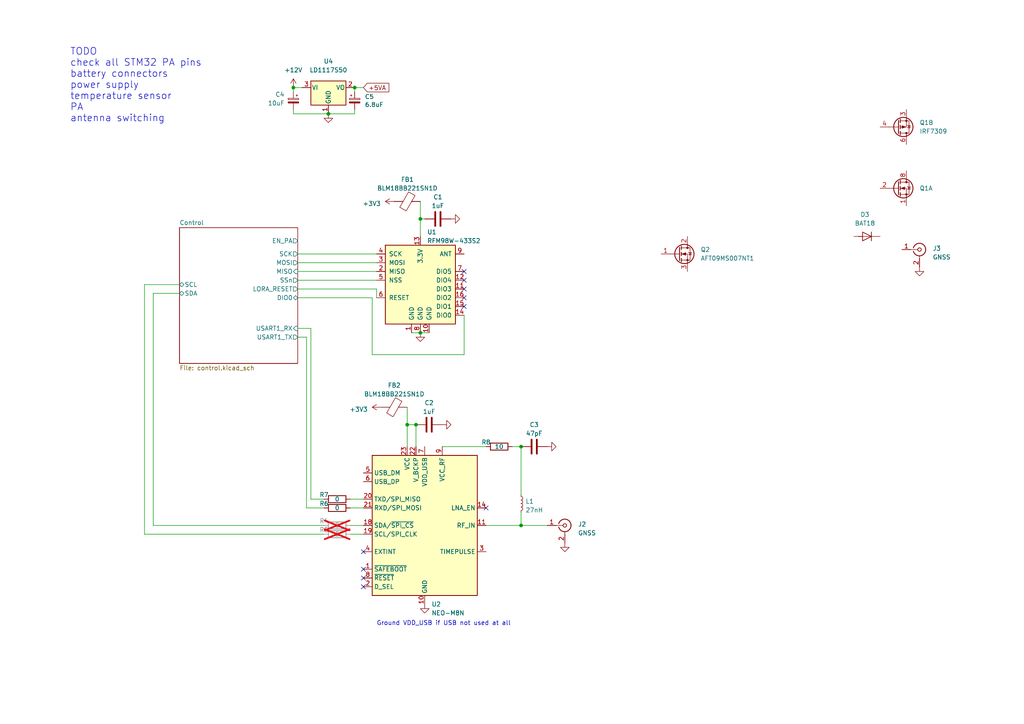
<source format=kicad_sch>
(kicad_sch (version 20230121) (generator eeschema)
  (paper "A4")
  (lib_symbols
    (symbol "BAT18_3" (pin_numbers hide) (pin_names (offset 0) hide)
      (property "Reference" "D" (at 0 2.54 0))
      (property "Value" "BAT18_3" (at 0 -2.54 0))
      (symbol "BAT18_3_0_1"
        (polyline (pts (xy -1.27 0) (xy 2.54 0)))
        (polyline (pts (xy -1.27 1.27) (xy -1.27 -1.27)) (stroke (width 0.2032)))
        (polyline (pts (xy 1.27 1.27) (xy 1.27 -1.27) (xy -1.27 0) (xy 1.27 1.27)) (stroke (width 0.2032)))
      )
      (symbol "BAT18_3_1_1"
        (pin passive line (at 3.81 0 180) (length 2.54) (name "A") (number "1"))
        (pin no_connect line (at -3.81 1.27 0) (length 2.54) hide (name "NC") (number "2"))
        (pin passive line (at -3.81 0 0) (length 2.54) (name "K") (number "3"))
      )
    )
    (symbol "Connector:Conn_Coaxial" (pin_names (offset 1.016) hide)
      (property "Reference" "J" (at 0.254 3.048 0))
      (property "Value" "Conn_Coaxial" (at 2.921 0 90))
      (symbol "Conn_Coaxial_0_1"
        (arc (start -1.778 -0.508) (mid 0.2311 -1.8066) (end 1.778 0) (stroke (width 0.254)))
        (polyline (pts (xy -2.54 0) (xy -0.508 0)))
        (polyline (pts (xy 0 -2.54) (xy 0 -1.778)))
        (circle (center 0 0) (radius 0.508) (stroke (width 0.2032)))
        (arc (start 1.778 0) (mid 0.2099 1.8101) (end -1.778 0.508) (stroke (width 0.254)))
      )
      (symbol "Conn_Coaxial_1_1"
        (pin passive line (at -5.08 0 0) (length 2.54) (name "In") (number "1"))
        (pin passive line (at 0 -5.08 90) (length 2.54) (name "Ext") (number "2"))
      )
    )
    (symbol "Device:C" (pin_numbers hide) (pin_names (offset 0.254))
      (property "Reference" "C" (at 0.635 2.54 0))
      (property "Value" "C" (at 0.635 -2.54 0))
      (symbol "C_0_1"
        (polyline (pts (xy -2.032 -0.762) (xy 2.032 -0.762)) (stroke (width 0.508)))
        (polyline (pts (xy -2.032 0.762) (xy 2.032 0.762)) (stroke (width 0.508)))
      )
      (symbol "C_1_1"
        (pin passive line (at 0 3.81 270) (length 2.794) (name "~") (number "1"))
        (pin passive line (at 0 -3.81 90) (length 2.794) (name "~") (number "2"))
      )
    )
    (symbol "Device:C_Polarized_Small" (pin_numbers hide) (pin_names (offset 0.254) hide)
      (property "Reference" "C" (at 0.254 1.778 0))
      (property "Value" "C_Polarized_Small" (at 0.254 -2.032 0))
      (symbol "C_Polarized_Small_0_1"
        (rectangle (start -1.524 -0.3048) (end 1.524 -0.6858) (fill (type outline)))
        (rectangle (start -1.524 0.6858) (end 1.524 0.3048))
        (polyline (pts (xy -1.27 1.524) (xy -0.762 1.524)))
        (polyline (pts (xy -1.016 1.27) (xy -1.016 1.778)))
      )
      (symbol "C_Polarized_Small_1_1"
        (pin passive line (at 0 2.54 270) (length 1.8542) (name "~") (number "1"))
        (pin passive line (at 0 -2.54 90) (length 1.8542) (name "~") (number "2"))
      )
    )
    (symbol "Device:FerriteBead" (pin_numbers hide) (pin_names (offset 0))
      (property "Reference" "FB" (at -3.81 0.635 90))
      (property "Value" "FerriteBead" (at 3.81 0 90))
      (symbol "FerriteBead_0_1"
        (polyline (pts (xy 0 -1.27) (xy 0 -1.2192)))
        (polyline (pts (xy 0 1.27) (xy 0 1.2954)))
        (polyline (pts (xy -2.7686 0.4064) (xy -1.7018 2.2606) (xy 2.7686 -0.3048) (xy 1.6764 -2.159) (xy -2.7686 0.4064)))
      )
      (symbol "FerriteBead_1_1"
        (pin passive line (at 0 3.81 270) (length 2.54) (name "~") (number "1"))
        (pin passive line (at 0 -3.81 90) (length 2.54) (name "~") (number "2"))
      )
    )
    (symbol "Device:L_Small" (pin_numbers hide) (pin_names (offset 0.254) hide)
      (property "Reference" "L" (at 0.762 1.016 0))
      (property "Value" "L_Small" (at 0.762 -1.016 0))
      (symbol "L_Small_0_1"
        (arc (start 0 -2.032) (mid 0.5058 -1.524) (end 0 -1.016))
        (arc (start 0 -1.016) (mid 0.5058 -0.508) (end 0 0))
        (arc (start 0 0) (mid 0.5058 0.508) (end 0 1.016))
        (arc (start 0 1.016) (mid 0.5058 1.524) (end 0 2.032))
      )
      (symbol "L_Small_1_1"
        (pin passive line (at 0 2.54 270) (length 0.508) (name "~") (number "1"))
        (pin passive line (at 0 -2.54 90) (length 0.508) (name "~") (number "2"))
      )
    )
    (symbol "Device:Q_NMOS_GDS" (pin_names (offset 0) hide)
      (property "Reference" "Q" (at 5.08 1.27 0))
      (property "Value" "Q_NMOS_GDS" (at 5.08 -1.27 0))
      (symbol "Q_NMOS_GDS_0_1"
        (polyline (pts (xy 0.254 0) (xy -2.54 0)))
        (polyline (pts (xy 0.254 1.905) (xy 0.254 -1.905)) (stroke (width 0.254)))
        (polyline (pts (xy 0.762 -1.27) (xy 0.762 -2.286)) (stroke (width 0.254)))
        (polyline (pts (xy 0.762 0.508) (xy 0.762 -0.508)) (stroke (width 0.254)))
        (polyline (pts (xy 0.762 2.286) (xy 0.762 1.27)) (stroke (width 0.254)))
        (polyline (pts (xy 2.54 2.54) (xy 2.54 1.778)))
        (polyline (pts (xy 2.54 -2.54) (xy 2.54 0) (xy 0.762 0)))
        (polyline (pts (xy 0.762 -1.778) (xy 3.302 -1.778) (xy 3.302 1.778) (xy 0.762 1.778)))
        (polyline (pts (xy 1.016 0) (xy 2.032 0.381) (xy 2.032 -0.381) (xy 1.016 0)) (fill (type outline)))
        (polyline (pts (xy 2.794 0.508) (xy 2.921 0.381) (xy 3.683 0.381) (xy 3.81 0.254)))
        (polyline (pts (xy 3.302 0.381) (xy 2.921 -0.254) (xy 3.683 -0.254) (xy 3.302 0.381)))
        (circle (center 1.651 0) (radius 2.794) (stroke (width 0.254)))
        (circle (center 2.54 -1.778) (radius 0.254) (fill (type outline)))
        (circle (center 2.54 1.778) (radius 0.254) (fill (type outline)))
      )
      (symbol "Q_NMOS_GDS_1_1"
        (pin input line (at -5.08 0 0) (length 2.54) (name "G") (number "1"))
        (pin passive line (at 2.54 5.08 270) (length 2.54) (name "D") (number "2"))
        (pin passive line (at 2.54 -5.08 90) (length 2.54) (name "S") (number "3"))
      )
    )
    (symbol "Device:R" (pin_numbers hide) (pin_names (offset 0))
      (property "Reference" "R" (at 2.032 0 90))
      (property "Value" "R" (at 0 0 90))
      (symbol "R_0_1"
        (rectangle (start -1.016 -2.54) (end 1.016 2.54) (stroke (width 0.254)))
      )
      (symbol "R_1_1"
        (pin passive line (at 0 3.81 270) (length 1.27) (name "~") (number "1"))
        (pin passive line (at 0 -3.81 90) (length 1.27) (name "~") (number "2"))
      )
    )
    (symbol "RF_GPS:NEO-M8N"
      (property "Reference" "U" (at -13.97 21.59 0))
      (property "Value" "NEO-M8N" (at 11.43 21.59 0))
      (symbol "NEO-M8N_0_1"
        (rectangle (start -15.24 20.32) (end 15.24 -20.32) (stroke (width 0.254)) (fill (type background)))
      )
      (symbol "NEO-M8N_1_1"
        (pin input line (at -17.78 -12.7 0) (length 2.54) (name "~{SAFEBOOT}") (number "1"))
        (pin power_in line (at 0 -22.86 90) (length 2.54) (name "GND") (number "10"))
        (pin input line (at 17.78 0 180) (length 2.54) (name "RF_IN") (number "11"))
        (pin passive line (at 0 -22.86 90) (length 2.54) hide (name "GND") (number "12"))
        (pin passive line (at 0 -22.86 90) (length 2.54) hide (name "GND") (number "13"))
        (pin output line (at 17.78 5.08 180) (length 2.54) (name "LNA_EN") (number "14"))
        (pin no_connect line (at 15.24 -10.16 180) (length 2.54) hide (name "RESERVED") (number "15"))
        (pin no_connect line (at 15.24 -12.7 180) (length 2.54) hide (name "RESERVED") (number "16"))
        (pin no_connect line (at 15.24 -15.24 180) (length 2.54) hide (name "RESERVED") (number "17"))
        (pin bidirectional line (at -17.78 0 0) (length 2.54) (name "SDA/~{SPI_CS}") (number "18"))
        (pin input line (at -17.78 -2.54 0) (length 2.54) (name "SCL/SPI_CLK") (number "19"))
        (pin input line (at -17.78 -17.78 0) (length 2.54) (name "D_SEL") (number "2"))
        (pin output line (at -17.78 7.62 0) (length 2.54) (name "TXD/SPI_MISO") (number "20"))
        (pin input line (at -17.78 5.08 0) (length 2.54) (name "RXD/SPI_MOSI") (number "21"))
        (pin power_in line (at -2.54 22.86 270) (length 2.54) (name "V_BCKP") (number "22"))
        (pin power_in line (at -5.08 22.86 270) (length 2.54) (name "VCC") (number "23"))
        (pin passive line (at 0 -22.86 90) (length 2.54) hide (name "GND") (number "24"))
        (pin output line (at 17.78 -7.62 180) (length 2.54) (name "TIMEPULSE") (number "3"))
        (pin input line (at -17.78 -7.62 0) (length 2.54) (name "EXTINT") (number "4"))
        (pin bidirectional line (at -17.78 15.24 0) (length 2.54) (name "USB_DM") (number "5"))
        (pin bidirectional line (at -17.78 12.7 0) (length 2.54) (name "USB_DP") (number "6"))
        (pin power_in line (at 0 22.86 270) (length 2.54) (name "VDD_USB") (number "7"))
        (pin input line (at -17.78 -15.24 0) (length 2.54) (name "~{RESET}") (number "8"))
        (pin power_out line (at 5.08 22.86 270) (length 2.54) (name "VCC_RF") (number "9"))
      )
    )
    (symbol "RF_Module:RFM98W-433S2" (pin_names (offset 1.016))
      (property "Reference" "U" (at -10.414 11.684 0))
      (property "Value" "RFM98W-433S2" (at 1.524 11.43 0))
      (symbol "RFM98W-433S2_0_1"
        (rectangle (start -10.16 10.16) (end 10.16 -12.7) (stroke (width 0.254)) (fill (type background)))
      )
      (symbol "RFM98W-433S2_1_1"
        (pin power_in line (at -2.54 -15.24 90) (length 2.54) (name "GND") (number "1"))
        (pin power_in line (at 2.54 -15.24 90) (length 2.54) (name "GND") (number "10"))
        (pin bidirectional line (at 12.7 -2.54 180) (length 2.54) (name "DIO3") (number "11"))
        (pin bidirectional line (at 12.7 0 180) (length 2.54) (name "DIO4") (number "12"))
        (pin power_in line (at 0 12.7 270) (length 2.54) (name "3.3V") (number "13"))
        (pin bidirectional line (at 12.7 -10.16 180) (length 2.54) (name "DIO0") (number "14"))
        (pin bidirectional line (at 12.7 -7.62 180) (length 2.54) (name "DIO1") (number "15"))
        (pin bidirectional line (at 12.7 -5.08 180) (length 2.54) (name "DIO2") (number "16"))
        (pin output line (at -12.7 2.54 0) (length 2.54) (name "MISO") (number "2"))
        (pin input line (at -12.7 5.08 0) (length 2.54) (name "MOSI") (number "3"))
        (pin input line (at -12.7 7.62 0) (length 2.54) (name "SCK") (number "4"))
        (pin input line (at -12.7 0 0) (length 2.54) (name "NSS") (number "5"))
        (pin bidirectional line (at -12.7 -5.08 0) (length 2.54) (name "RESET") (number "6"))
        (pin bidirectional line (at 12.7 2.54 180) (length 2.54) (name "DIO5") (number "7"))
        (pin power_in line (at 0 -15.24 90) (length 2.54) (name "GND") (number "8"))
        (pin bidirectional line (at 12.7 7.62 180) (length 2.54) (name "ANT") (number "9"))
      )
    )
    (symbol "Regulator_Linear:LD1117S50TR_SOT223" (pin_names (offset 0.254))
      (property "Reference" "U" (at -3.81 3.175 0))
      (property "Value" "LD1117S50TR_SOT223" (at 0 3.175 0))
      (symbol "LD1117S50TR_SOT223_0_1"
        (rectangle (start -5.08 -5.08) (end 5.08 1.905) (stroke (width 0.254)) (fill (type background)))
      )
      (symbol "LD1117S50TR_SOT223_1_1"
        (pin power_in line (at 0 -7.62 90) (length 2.54) (name "GND") (number "1"))
        (pin power_out line (at 7.62 0 180) (length 2.54) (name "VO") (number "2"))
        (pin power_in line (at -7.62 0 0) (length 2.54) (name "VI") (number "3"))
      )
    )
    (symbol "Transistor_FET:IRF7309IPBF" (pin_names hide)
      (property "Reference" "Q" (at 5.08 1.905 0))
      (property "Value" "IRF7309IPBF" (at 5.08 0 0))
      (symbol "IRF7309IPBF_0_1"
        (polyline (pts (xy 0.254 0) (xy -2.54 0)))
        (polyline (pts (xy 0.254 1.905) (xy 0.254 -1.905)) (stroke (width 0.254)))
        (polyline (pts (xy 0.762 -1.27) (xy 0.762 -2.286)) (stroke (width 0.254)))
        (polyline (pts (xy 0.762 0.508) (xy 0.762 -0.508)) (stroke (width 0.254)))
        (polyline (pts (xy 0.762 2.286) (xy 0.762 1.27)) (stroke (width 0.254)))
        (polyline (pts (xy 2.54 2.54) (xy 2.54 1.778)))
        (polyline (pts (xy 2.54 -2.54) (xy 2.54 0) (xy 0.762 0)))
        (polyline (pts (xy 0.762 -1.778) (xy 3.302 -1.778) (xy 3.302 1.778) (xy 0.762 1.778)))
        (circle (center 1.651 0) (radius 2.794) (stroke (width 0.254)))
        (circle (center 2.54 -1.778) (radius 0.254) (fill (type outline)))
        (circle (center 2.54 1.778) (radius 0.254) (fill (type outline)))
      )
      (symbol "IRF7309IPBF_1_1"
        (polyline (pts (xy 1.016 0) (xy 2.032 0.381) (xy 2.032 -0.381) (xy 1.016 0)) (fill (type outline)))
        (polyline (pts (xy 2.794 0.508) (xy 2.921 0.381) (xy 3.683 0.381) (xy 3.81 0.254)))
        (polyline (pts (xy 3.302 0.381) (xy 2.921 -0.254) (xy 3.683 -0.254) (xy 3.302 0.381)))
        (pin passive line (at 2.54 -5.08 90) (length 2.54) (name "S") (number "1"))
        (pin input line (at -5.08 0 0) (length 2.54) (name "G") (number "2"))
        (pin passive line (at 2.54 5.08 270) (length 2.54) hide (name "D") (number "7"))
        (pin passive line (at 2.54 5.08 270) (length 2.54) (name "D") (number "8"))
      )
      (symbol "IRF7309IPBF_2_1"
        (polyline (pts (xy 2.286 0) (xy 1.27 0.381) (xy 1.27 -0.381) (xy 2.286 0)) (fill (type outline)))
        (polyline (pts (xy 2.794 -0.508) (xy 2.921 -0.381) (xy 3.683 -0.381) (xy 3.81 -0.254)))
        (polyline (pts (xy 3.302 -0.381) (xy 2.921 0.254) (xy 3.683 0.254) (xy 3.302 -0.381)))
        (pin passive line (at 2.54 -5.08 90) (length 2.54) (name "1") (number "3"))
        (pin input line (at -5.08 0 0) (length 2.54) (name "G") (number "4"))
        (pin passive line (at 2.54 5.08 270) (length 2.54) hide (name "D") (number "5"))
        (pin passive line (at 2.54 5.08 270) (length 2.54) (name "D") (number "6"))
      )
    )
    (symbol "power:+12V" (power) (pin_names (offset 0))
      (property "Value" "+12V" (at 0 3.556 0))
      (symbol "+12V_0_1"
        (polyline (pts (xy -0.762 1.27) (xy 0 2.54)))
        (polyline (pts (xy 0 0) (xy 0 2.54)))
        (polyline (pts (xy 0 2.54) (xy 0.762 1.27)))
      )
      (symbol "+12V_1_1"
        (pin power_in line (at 0 0 90) (length 0) hide (name "+12V") (number "1"))
      )
    )
    (symbol "power:+3V3" (power) (pin_names (offset 0))
      (property "Value" "+3V3" (at 0 3.556 0))
      (symbol "+3V3_0_1"
        (polyline (pts (xy -0.762 1.27) (xy 0 2.54)))
        (polyline (pts (xy 0 0) (xy 0 2.54)))
        (polyline (pts (xy 0 2.54) (xy 0.762 1.27)))
      )
      (symbol "+3V3_1_1"
        (pin power_in line (at 0 0 90) (length 0) hide (name "+3V3") (number "1"))
      )
    )
    (symbol "power:GND" (power) (pin_names (offset 0))
      (property "Value" "GND" (at 0 -3.81 0))
      (symbol "GND_0_1"
        (polyline (pts (xy 0 0) (xy 0 -1.27) (xy 1.27 -1.27) (xy 0 -2.54) (xy -1.27 -1.27) (xy 0 -1.27)))
      )
      (symbol "GND_1_1"
        (pin power_in line (at 0 0 270) (length 0) hide (name "GND") (number "1"))
      )
    )
  )
  (junction (at 121.92 63.5))
  (junction (at 121.92 96.52))
  (junction (at 151.13 152.4))
  (junction (at 151.13 129.54))
  (junction (at 85.09 25.4))
  (junction (at 102.87 25.4))
  (junction (at 118.11 123.19))
  (junction (at 120.65 123.19))
  (junction (at 95.25 33.02))
  (no_connect (at 105.41 167.64))
  (no_connect (at 134.62 86.36))
  (no_connect (at 134.62 83.82))
  (no_connect (at 105.41 165.1))
  (no_connect (at 105.41 160.02))
  (no_connect (at 134.62 88.9))
  (no_connect (at 134.62 78.74))
  (no_connect (at 134.62 81.28))
  (no_connect (at 105.41 170.18))
  (no_connect (at 140.97 147.32))
  (wire (pts (xy 44.45 152.4) (xy 44.45 85.09)))
  (wire (pts (xy 107.95 86.36) (xy 107.95 102.87)))
  (wire (pts (xy 120.65 123.19) (xy 120.65 129.54)))
  (wire (pts (xy 101.6 144.78) (xy 105.41 144.78)))
  (wire (pts (xy 128.27 129.54) (xy 140.97 129.54)))
  (wire (pts (xy 134.62 102.87) (xy 134.62 91.44)))
  (wire (pts (xy 101.6 152.4) (xy 105.41 152.4)))
  (wire (pts (xy 101.6 154.94) (xy 105.41 154.94)))
  (wire (pts (xy 93.98 154.94) (xy 41.91 154.94)))
  (wire (pts (xy 86.36 78.74) (xy 109.22 78.74)))
  (wire (pts (xy 86.36 86.36) (xy 107.95 86.36)))
  (wire (pts (xy 90.17 144.78) (xy 90.17 95.25)))
  (wire (pts (xy 85.09 25.4) (xy 87.63 25.4)))
  (wire (pts (xy 118.11 123.19) (xy 118.11 129.54)))
  (wire (pts (xy 86.36 76.2) (xy 109.22 76.2)))
  (wire (pts (xy 118.11 118.11) (xy 118.11 123.19)))
  (wire (pts (xy 102.87 31.75) (xy 102.87 33.02)))
  (wire (pts (xy 88.9 97.79) (xy 88.9 147.32)))
  (wire (pts (xy 109.22 83.82) (xy 109.22 86.36)))
  (wire (pts (xy 121.92 63.5) (xy 121.92 58.42)))
  (wire (pts (xy 102.87 25.4) (xy 105.41 25.4)))
  (wire (pts (xy 101.6 147.32) (xy 105.41 147.32)))
  (wire (pts (xy 86.36 97.79) (xy 88.9 97.79)))
  (wire (pts (xy 119.38 96.52) (xy 121.92 96.52)))
  (wire (pts (xy 151.13 129.54) (xy 151.13 143.51)))
  (wire (pts (xy 151.13 152.4) (xy 158.75 152.4)))
  (wire (pts (xy 118.11 123.19) (xy 120.65 123.19)))
  (wire (pts (xy 41.91 154.94) (xy 41.91 82.55)))
  (wire (pts (xy 140.97 152.4) (xy 151.13 152.4)))
  (wire (pts (xy 86.36 81.28) (xy 109.22 81.28)))
  (wire (pts (xy 85.09 25.4) (xy 85.09 26.67)))
  (wire (pts (xy 107.95 102.87) (xy 134.62 102.87)))
  (wire (pts (xy 41.91 82.55) (xy 52.07 82.55)))
  (wire (pts (xy 121.92 63.5) (xy 123.19 63.5)))
  (wire (pts (xy 44.45 85.09) (xy 52.07 85.09)))
  (wire (pts (xy 121.92 96.52) (xy 124.46 96.52)))
  (wire (pts (xy 151.13 152.4) (xy 151.13 148.59)))
  (wire (pts (xy 85.09 33.02) (xy 95.25 33.02)))
  (wire (pts (xy 93.98 152.4) (xy 44.45 152.4)))
  (wire (pts (xy 148.59 129.54) (xy 151.13 129.54)))
  (wire (pts (xy 86.36 73.66) (xy 109.22 73.66)))
  (wire (pts (xy 88.9 147.32) (xy 93.98 147.32)))
  (wire (pts (xy 102.87 25.4) (xy 102.87 26.67)))
  (wire (pts (xy 85.09 31.75) (xy 85.09 33.02)))
  (wire (pts (xy 121.92 63.5) (xy 121.92 68.58)))
  (wire (pts (xy 102.87 33.02) (xy 95.25 33.02)))
  (wire (pts (xy 90.17 95.25) (xy 86.36 95.25)))
  (wire (pts (xy 93.98 144.78) (xy 90.17 144.78)))
  (wire (pts (xy 86.36 83.82) (xy 109.22 83.82)))
  (text "Ground VDD_USB if USB not used at all" (at 109.22 181.61 0) (effects (font (size 1.27 1.27)) (justify left bottom)))
  (text "TODO\ncheck all STM32 PA pins\nbattery connectors\npower supply\ntemperature sensor\nPA\nantenna switching" (at 20.32 35.56 0) (effects (font (size 2 2)) (justify left bottom)))
  (global_label "+5VA" (shape input) (at 105.41 25.4 0) (property "Intersheetrefs" "${INTERSHEET_REFS}" (effects hide)))
  (symbol (lib_id "Device:FerriteBead") (at 118.11 58.42 270) (unit 1)
    (property "Reference" "FB1" (at 118.1608 52.07 90))
    (property "Value" "BLM18BB221SN1D" (at 118.1608 54.61 90))
    (property "Footprint" "Inductor_SMD:L_0603_1608Metric_Pad1.05x0.95mm_HandSolder" (effects hide))
    (property "MPN" "BLM18BB221SN1D" (effects hide))
    (property "Need_order" "0" (effects hide))
  )
  (symbol (lib_id "Device:R") (at 97.79 147.32 270) (unit 1)
    (property "Reference" "R6" (at 93.98 146.05 90))
    (property "Value" "0" (at 97.79 147.32 90))
    (property "Footprint" "Resistor_SMD:R_0603_1608Metric_Pad0.98x0.95mm_HandSolder" (effects hide))
    (property "Need_order" "0" (effects hide))
  )
  (symbol (lib_id "Device:L_Small") (at 151.13 146.05 0) (unit 1)
    (property "Reference" "L1" (at 152.4 145.415 0) (effects (justify left)))
    (property "Value" "27nH" (at 152.4 147.955 0) (effects (justify left)))
    (property "Footprint" "Inductor_SMD:L_0805_2012Metric_Pad1.05x1.20mm_HandSolder" (effects hide))
    (property "MPN" "LQW2BAS27NG00L" (effects hide))
  )
  (symbol (lib_id "power:GND") (at 123.19 175.26 0) (unit 1)
    (property "Reference" "#PWR08" (effects hide))
    (property "Value" "GND" (effects hide))
  )
  (symbol (lib_id "Connector:Conn_Coaxial") (at 266.7 72.39 0) (unit 1)
    (property "Reference" "J3" (at 270.51 72.0482 0) (effects (justify left)))
    (property "Value" "GNSS" (at 270.51 74.5882 0) (effects (justify left)))
    (property "Datasheet" " ~" (effects hide))
  )
  (symbol (lib_id "Device:C") (at 154.94 129.54 270) (unit 1)
    (property "Reference" "C3" (at 154.94 123.19 90))
    (property "Value" "47pF" (at 154.94 125.73 90))
    (property "Footprint" "Capacitor_SMD:C_0805_2012Metric_Pad1.18x1.45mm_HandSolder" (effects hide))
    (property "Need_order" "0" (effects hide))
  )
  (symbol (lib_id "Transistor_FET:IRF7309IPBF") (at 260.35 54.61 0) (unit 1)
    (property "Reference" "Q1" (at 266.7 54.6099 0) (effects (justify left)))
    (property "Value" "IRF7309" (effects hide))
    (property "Footprint" "Package_SO:SOIC-8_3.9x4.9mm_P1.27mm" (effects hide))
    (property "Datasheet" "/home/bram/Sync/Doc/Datasheet/IRF7309.pdf" (effects hide))
    (property "MPN" "IRF7309TRPBF" (effects hide))
    (property "Need_order" "0" (effects hide))
  )
  (symbol (lib_id "power:GND") (at 163.83 157.48 0) (unit 1)
    (property "Reference" "#PWR012" (effects hide))
    (property "Value" "GND" (effects hide))
  )
  (symbol (lib_id "power:GND") (at 121.92 96.52 0) (unit 1)
    (property "Reference" "#PWR05" (effects hide))
    (property "Value" "GND" (effects hide))
  )
  (symbol (lib_id "power:GND") (at 128.27 123.19 90) (unit 1)
    (property "Reference" "#PWR010" (effects hide))
    (property "Value" "GND" (effects hide))
  )
  (symbol (lib_id "Device:R") (at 97.79 144.78 270) (unit 1)
    (property "Reference" "R7" (at 93.98 143.51 90))
    (property "Value" "0" (at 97.79 144.78 90))
    (property "Footprint" "Resistor_SMD:R_0603_1608Metric_Pad0.98x0.95mm_HandSolder" (effects hide))
    (property "Need_order" "0" (effects hide))
  )
  (symbol (lib_id "Transistor_FET:IRF7309IPBF") (at 260.35 36.83 0) (mirror x) (unit 2)
    (property "Reference" "Q1" (at 266.7 35.5599 0) (effects (justify left)))
    (property "Value" "IRF7309" (at 266.7 38.0999 0) (effects (justify left)))
    (property "Footprint" "Package_SO:SOIC-8_3.9x4.9mm_P1.27mm" (effects hide))
    (property "Datasheet" "/home/bram/Sync/Doc/Datasheet/IRF7309.pdf" (effects hide))
    (property "MPN" "IRF7309TRPBF" (effects hide))
    (property "Need_order" "0" (effects hide))
  )
  (symbol (lib_id "Device:Q_NMOS_GDS") (at 196.85 73.66 0) (unit 1)
    (property "Reference" "Q2" (at 203.2 72.3899 0) (effects (justify left)))
    (property "Value" "AFT09MS007NT1" (at 203.2 74.9299 0) (effects (justify left)))
    (property "Footprint" "mpb:PLD-1.5W" (effects hide))
    (property "Datasheet" "/home/bram/Sync/Doc/Datasheet/AFT09MS007N.pdf" (effects hide))
    (property "Need_order" "0" (effects hide))
  )
  (symbol (lib_id "Device:FerriteBead") (at 114.3 118.11 270) (unit 1)
    (property "Reference" "FB2" (at 114.3508 111.76 90))
    (property "Value" "BLM18BB221SN1D" (at 114.3508 114.3 90))
    (property "Footprint" "Inductor_SMD:L_0603_1608Metric_Pad1.05x0.95mm_HandSolder" (effects hide))
    (property "MPN" "BLM18BB221SN1D" (effects hide))
    (property "Need_order" "0" (effects hide))
  )
  (symbol (lib_id "Device:R") (at 144.78 129.54 270) (unit 1)
    (property "Reference" "R8" (at 140.97 128.27 90))
    (property "Value" "10" (at 144.78 129.54 90))
    (property "Footprint" "Resistor_SMD:R_0603_1608Metric_Pad0.98x0.95mm_HandSolder" (effects hide))
    (property "Need_order" "0" (effects hide))
  )
  (symbol (lib_name "BAT18_3") (lib_id "mpb:BAT18") (at 251.46 68.58 180) (unit 1)
    (property "Reference" "D3" (at 250.8758 62.23 0))
    (property "Value" "BAT18" (at 250.8758 64.77 0))
    (property "Footprint" "Package_TO_SOT_SMD:SOT-23_Handsoldering" (effects hide))
    (property "Datasheet" "/home/bram/Sync/Doc/Datasheet/BAT18-1125947.pdf" (effects hide))
    (property "Need_order" "0" (effects hide))
    (property "MPN" "BAT18" (effects hide))
  )
  (symbol (lib_id "power:+3V3") (at 114.3 58.42 90) (unit 1)
    (property "Reference" "#PWR06" (effects hide))
    (property "Value" "+3V3" (at 110.49 59.055 90) (effects (justify left)))
  )
  (symbol (lib_id "Device:R") (at 97.79 154.94 270) (unit 1) (dnp yes)
    (property "Reference" "R5" (at 93.98 153.67 90))
    (property "Value" "0" (at 97.79 154.94 90))
    (property "Footprint" "Resistor_SMD:R_0603_1608Metric_Pad0.98x0.95mm_HandSolder" (effects hide))
    (property "Need_order" "0" (effects hide))
  )
  (symbol (lib_id "RF_GPS:NEO-M8N") (at 123.19 152.4 0) (unit 1)
    (property "Reference" "U2" (at 125.1459 175.26 0) (effects (justify left)))
    (property "Value" "NEO-M8N" (at 125.1459 177.8 0) (effects (justify left)))
    (property "Footprint" "RF_GPS:ublox_NEO" (effects hide))
    (property "Datasheet" "https://content.u-blox.com/sites/default/files/NEO-M8-FW3_DataSheet_UBX-15031086.pdf" (effects hide))
  )
  (symbol (lib_id "power:GND") (at 95.25 33.02 0) (unit 1)
    (property "Reference" "#PWR018" (effects hide))
    (property "Value" "GND" (effects hide))
  )
  (symbol (lib_id "power:GND") (at 266.7 77.47 0) (unit 1)
    (property "Reference" "#PWR013" (effects hide))
    (property "Value" "GND" (effects hide))
  )
  (symbol (lib_id "Device:R") (at 97.79 152.4 270) (unit 1) (dnp yes)
    (property "Reference" "R4" (at 93.98 151.13 90))
    (property "Value" "0" (at 97.79 152.4 90))
    (property "Footprint" "Resistor_SMD:R_0603_1608Metric_Pad0.98x0.95mm_HandSolder" (effects hide))
    (property "Need_order" "0" (effects hide))
  )
  (symbol (lib_id "RF_Module:RFM98W-433S2") (at 121.92 81.28 0) (unit 1)
    (property "Reference" "U1" (at 123.8759 67.31 0) (effects (justify left)))
    (property "Value" "RFM98W-433S2" (at 123.8759 69.85 0) (effects (justify left)))
    (property "Datasheet" "https://www.hoperf.com/data/upload/portal/20181127/5bfcdb5e17543.pdf" (effects hide))
  )
  (symbol (lib_id "power:+3V3") (at 110.49 118.11 90) (unit 1)
    (property "Reference" "#PWR09" (effects hide))
    (property "Value" "+3V3" (at 106.68 118.745 90) (effects (justify left)))
  )
  (symbol (lib_id "Device:C") (at 127 63.5 270) (unit 1)
    (property "Reference" "C1" (at 127 57.15 90))
    (property "Value" "1uF" (at 127 59.69 90))
    (property "Footprint" "Capacitor_SMD:C_0805_2012Metric_Pad1.18x1.45mm_HandSolder" (effects hide))
    (property "MPN" "08055C105JAT2A" (effects hide))
    (property "Need_order" "0" (effects hide))
  )
  (symbol (lib_id "power:GND") (at 130.81 63.5 90) (unit 1)
    (property "Reference" "#PWR07" (effects hide))
    (property "Value" "GND" (effects hide))
  )
  (symbol (lib_id "Device:C") (at 124.46 123.19 270) (unit 1)
    (property "Reference" "C2" (at 124.46 116.84 90))
    (property "Value" "1uF" (at 124.46 119.38 90))
    (property "Footprint" "Capacitor_SMD:C_0805_2012Metric_Pad1.18x1.45mm_HandSolder" (effects hide))
    (property "MPN" "08055C105JAT2A" (effects hide))
    (property "Need_order" "0" (effects hide))
  )
  (symbol (lib_id "Regulator_Linear:LD1117S50TR_SOT223") (at 95.25 25.4 0) (unit 1)
    (property "Reference" "U4" (at 95.25 17.78 0))
    (property "Value" "LD1117S50" (at 95.25 20.32 0))
    (property "Footprint" "Package_TO_SOT_SMD:SOT-223-3_TabPin2" (effects hide))
    (property "Datasheet" "/home/bram/Sync/Doc/Datasheet/ld1117.pdf" (effects hide))
    (property "MPN" "LD1117S50CTR" (effects hide))
    (property "Need_order" "0" (effects hide))
  )
  (symbol (lib_id "power:+12V") (at 85.09 25.4 0) (unit 1)
    (property "Reference" "#PWR017" (effects hide))
    (property "Value" "+12V" (at 85.09 20.32 0))
  )
  (symbol (lib_id "Device:C_Polarized_Small") (at 102.87 29.21 0) (unit 1)
    (property "Reference" "C5" (at 105.791 28.0416 0) (effects (justify left)))
    (property "Value" "6.8uF" (at 105.791 30.353 0) (effects (justify left)))
    (property "Footprint" "Capacitor_SMD:C_1210_3225Metric_Pad1.33x2.70mm_HandSolder" (effects hide))
    (property "MPN" "stash tantalum" (effects hide))
    (property "Need_order" "0" (effects hide))
  )
  (symbol (lib_id "Connector:Conn_Coaxial") (at 163.83 152.4 0) (unit 1)
    (property "Reference" "J2" (at 167.64 152.0582 0) (effects (justify left)))
    (property "Value" "GNSS" (at 167.64 154.5982 0) (effects (justify left)))
    (property "Datasheet" " ~" (effects hide))
  )
  (symbol (lib_id "power:GND") (at 158.75 129.54 90) (unit 1)
    (property "Reference" "#PWR011" (effects hide))
    (property "Value" "GND" (effects hide))
  )
  (symbol (lib_id "Device:C_Polarized_Small") (at 85.09 29.21 0) (mirror y) (unit 1)
    (property "Reference" "C4" (at 82.55 27.3938 0) (effects (justify left)))
    (property "Value" "10uF" (at 82.55 29.9338 0) (effects (justify left)))
    (property "Footprint" "Capacitor_SMD:C_1210_3225Metric_Pad1.33x2.70mm_HandSolder" (effects hide))
    (property "MPN" "TAJA106K016RNJ" (effects hide))
    (property "Need_order" "0" (effects hide))
  )
  (sheet (at 52.07 66.04) (size 34.29 39.37) (stroke (width 0.1524))
    (property "Sheetname" "Control" (at 52.07 65.3284 0) (effects (justify left bottom)))
    (property "Sheetfile" "control.kicad_sch" (at 52.07 105.9946 0) (effects (justify left top)))
    (pin "MOSI" output (at 86.36 76.2 0))
    (pin "MISO" input (at 86.36 78.74 0))
    (pin "SCK" output (at 86.36 73.66 0))
    (pin "SSn" output (at 86.36 81.28 0))
    (pin "SCL" bidirectional (at 52.07 82.55 180))
    (pin "SDA" bidirectional (at 52.07 85.09 180))
    (pin "EN_PA" output (at 86.36 69.85 0))
    (pin "DIO0" bidirectional (at 86.36 86.36 0))
    (pin "LORA_RESET" output (at 86.36 83.82 0))
    (pin "USART1_RX" input (at 86.36 95.25 0))
    (pin "USART1_TX" output (at 86.36 97.79 0))
  )
)
</source>
